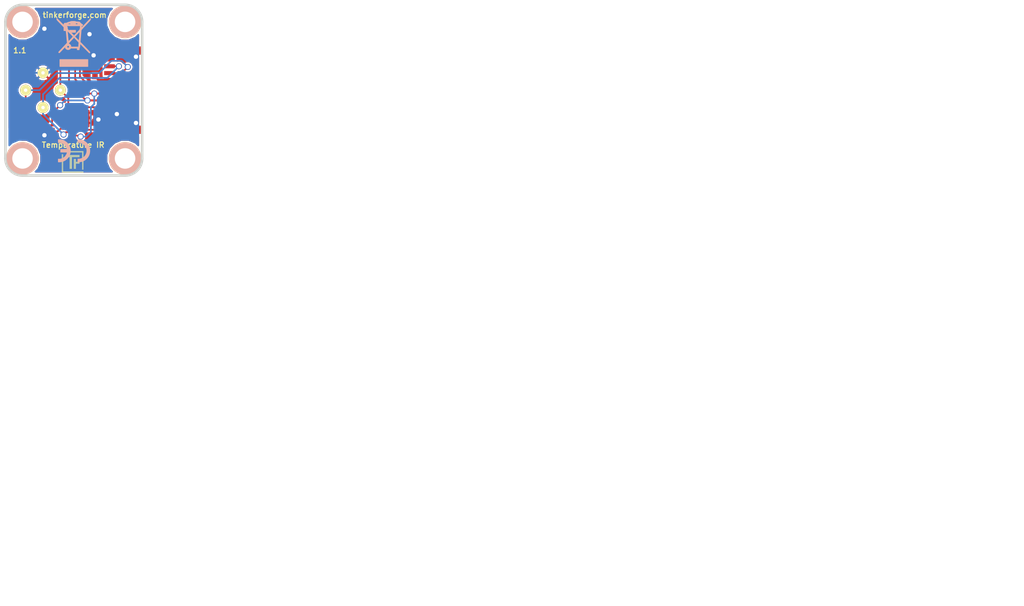
<source format=kicad_pcb>
(kicad_pcb (version 4) (host pcbnew 4.0.2+dfsg1-stable)
  (title_block (title "Temperature IR Bricklet") (date "18 jan 2013") (rev 1.1) (company "Tinkerforge GmbH") (comment 1 "Licensed under CERN OHL v.1.1") (comment 2 "Copyright (©) 2011, B.Nordmeyer <bastian@tinkerforge.com>"))
  (layers (0 Vorderseite signal) (31 Rückseite signal hide) (34 B.Paste user) (35 F.Paste user) (36 B.SilkS user) (37 F.SilkS user) (38 B.Mask user) (39 F.Mask user) (44 Edge.Cuts user))
  (net 0 "")
  (net 1 GND)
  (net 2 SCL)
  (net 3 SCL2)
  (net 4 SDA)
  (net 5 SDA2)
  (net 6 VCC)
  (net 7 "Net-(P1-Pad1)")
  (net 8 "Net-(P1-Pad6)")
  (net 9 "Net-(P1-Pad7)")
  (net 10 "Net-(P1-Pad10)")
  (net 11 "Net-(U3-Pad7)")
  (module kicad-libraries:R0603 (layer Vorderseite) (at 147.6502 88.34882 90)
    (fp_text reference R1)
    (fp_text value 10k)
    (pad 1 smd rect (at -0.8001 0 90) (size 0.8001 0.8001) (layers Vorderseite F.Paste F.Mask) (net 9 "Net-(P1-Pad7)"))
    (pad 2 smd rect (at 0.8001 0 90) (size 0.8001 0.8001) (layers Vorderseite F.Paste F.Mask) (net 1 GND))
  )
  (module kicad-libraries:C0603 (layer Vorderseite) (at 139.44854 84.44992 270)
    (fp_text reference C3)
    (fp_text value 100nF)
    (pad 1 smd rect (at -0.8001 0 270) (size 0.8001 0.8001) (layers Vorderseite F.Paste F.Mask) (net 1 GND))
    (pad 2 smd rect (at 0.8001 0 270) (size 0.8001 0.8001) (layers Vorderseite F.Paste F.Mask) (net 6 VCC))
  )
  (module kicad-libraries:C0603 (layer Vorderseite) (at 146.7485 94.4499)
    (fp_text reference C2)
    (fp_text value 100nF)
    (pad 1 smd rect (at -0.8001 0) (size 0.8001 0.8001) (layers Vorderseite F.Paste F.Mask) (net 6 VCC))
    (pad 2 smd rect (at 0.8001 0) (size 0.8001 0.8001) (layers Vorderseite F.Paste F.Mask) (net 1 GND))
  )
  (module kicad-libraries:C0603 (layer Vorderseite) (at 146.7485 95.95104)
    (fp_text reference C1)
    (fp_text value 100nF)
    (pad 1 smd rect (at -0.8001 0) (size 0.8001 0.8001) (layers Vorderseite F.Paste F.Mask) (net 6 VCC))
    (pad 2 smd rect (at 0.8001 0) (size 0.8001 0.8001) (layers Vorderseite F.Paste F.Mask) (net 1 GND))
  )
  (module kicad-libraries:DRILL_NP (layer Vorderseite) (at 152.05202 101.14788 90)
    (fp_text reference U7 hide)
    (fp_text value DRILL hide)
    (pad "" np_thru_hole circle (at 0 0 90) (size 2.99974 2.99974) (drill 2.99974) (layers *.Cu *.Mask F.SilkS) (clearance 0.89916))
  )
  (module kicad-libraries:DRILL_NP (layer Vorderseite) (at 152.05202 81.14792)
    (fp_text reference U6 hide)
    (fp_text value DRILL hide)
    (pad "" np_thru_hole circle (at 0 0) (size 2.99974 2.99974) (drill 2.99974) (layers *.Cu *.Mask F.SilkS) (clearance 0.89916))
  )
  (module kicad-libraries:DRILL_NP (layer Vorderseite) (at 137.05078 81.14792 90)
    (fp_text reference U5 hide)
    (fp_text value DRILL hide)
    (pad "" np_thru_hole circle (at 0 0 90) (size 2.99974 2.99974) (drill 2.99974) (layers *.Cu *.Mask F.SilkS) (clearance 0.89916))
  )
  (module kicad-libraries:DRILL_NP (layer Vorderseite) (at 137.05078 101.14788)
    (fp_text reference U4 hide)
    (fp_text value DRILL hide)
    (pad "" np_thru_hole circle (at 0 0) (size 2.99974 2.99974) (drill 2.99974) (layers *.Cu *.Mask F.SilkS) (clearance 0.89916))
  )
  (module kicad-libraries:CE_5mm (layer Rückseite) (at 144.55 100.025 180)
    (fp_text reference VAL hide)
    (fp_text value CE_5mm hide)
  )
  (module kicad-libraries:WEEE_7mm (layer Rückseite) (at 144.55 84.15 180)
    (fp_text reference VAL hide)
    (fp_text value WEEE_7mm hide)
  )
  (module kicad-libraries:TSSOP8 (layer Vorderseite) (at 143.94942 84.44992 90)
    (fp_text reference U3)
    (fp_text value M24C64)
    (pad 1 smd rect (at -0.97282 2.89814 270) (size 0.39878 1.29794) (layers Vorderseite F.Paste F.Mask) (net 1 GND))
    (pad 2 smd rect (at -0.32258 2.89814 270) (size 0.39878 1.29794) (layers Vorderseite F.Paste F.Mask) (net 1 GND))
    (pad 3 smd rect (at 0.32258 2.89814 270) (size 0.39878 1.29794) (layers Vorderseite F.Paste F.Mask) (net 8 "Net-(P1-Pad6)"))
    (pad 4 smd rect (at 0.97282 2.89814 270) (size 0.39878 1.29794) (layers Vorderseite F.Paste F.Mask) (net 1 GND))
    (pad 5 smd rect (at 0.97282 -2.89814 90) (size 0.39878 1.29794) (layers Vorderseite F.Paste F.Mask) (net 4 SDA))
    (pad 6 smd rect (at 0.32258 -2.89814 90) (size 0.39878 1.29794) (layers Vorderseite F.Paste F.Mask) (net 2 SCL))
    (pad 7 smd rect (at -0.32258 -2.89814 90) (size 0.39878 1.29794) (layers Vorderseite F.Paste F.Mask) (net 11 "Net-(U3-Pad7)"))
    (pad 8 smd rect (at -0.97282 -2.89814 90) (size 0.39878 1.29794) (layers Vorderseite F.Paste F.Mask) (net 6 VCC))
  )
  (module kicad-libraries:VSSOP8 (layer Vorderseite) (at 142.748 97.05086 270)
    (fp_text reference U1)
    (fp_text value NC7WB66K8X)
    (pad 1 smd rect (at -0.7493 1.37414 90) (size 0.29972 0.7493) (layers Vorderseite F.Paste F.Mask) (net 2 SCL))
    (pad 2 smd rect (at -0.24892 1.37414 90) (size 0.29972 0.7493) (layers Vorderseite F.Paste F.Mask) (net 3 SCL2))
    (pad 3 smd rect (at 0.24892 1.37414 90) (size 0.29972 0.7493) (layers Vorderseite F.Paste F.Mask) (net 9 "Net-(P1-Pad7)"))
    (pad 4 smd rect (at 0.7493 1.37414 90) (size 0.29972 0.7493) (layers Vorderseite F.Paste F.Mask) (net 1 GND))
    (pad 5 smd rect (at 0.7493 -1.37414 270) (size 0.29972 0.7493) (layers Vorderseite F.Paste F.Mask) (net 4 SDA))
    (pad 6 smd rect (at 0.24892 -1.37414 270) (size 0.29972 0.7493) (layers Vorderseite F.Paste F.Mask) (net 5 SDA2))
    (pad 7 smd rect (at -0.24892 -1.37414 270) (size 0.29972 0.7493) (layers Vorderseite F.Paste F.Mask) (net 9 "Net-(P1-Pad7)"))
    (pad 8 smd rect (at -0.7493 -1.37414 270) (size 0.29972 0.7493) (layers Vorderseite F.Paste F.Mask) (net 6 VCC))
  )
  (module kicad-libraries:Fiducial_Mark (layer Vorderseite) (at 135.94842 97.6503)
    (fp_text reference Fiducial_Mark hide)
    (fp_text value VAL** hide)
    (pad 1 smd circle (at 0 0) (size 1.00076 1.00076) (layers Vorderseite F.Paste F.Mask) (clearance 0.65024))
  )
  (module kicad-libraries:Fiducial_Mark (layer Vorderseite) (at 148.3487 81.84896)
    (fp_text reference Fiducial_Mark hide)
    (fp_text value VAL** hide)
    (pad 1 smd circle (at 0 0) (size 1.00076 1.00076) (layers Vorderseite F.Paste F.Mask) (clearance 0.65024))
  )
  (module kicad-libraries:Logo_31x31 (layer Vorderseite) (at 142.80134 100.07346)
    (fp_text reference Ref** hide)
    (fp_text value Val** hide)
  )
  (module kicad-libraries:CON-SENSOR (layer Vorderseite) (at 154.54884 91.1479 90)
    (fp_text reference P1)
    (fp_text value CON-SENSOR)
    (pad 1 smd rect (at -4.50088 -4.7752 90) (size 0.59944 1.5494) (layers Vorderseite F.Paste F.Mask) (net 7 "Net-(P1-Pad1)"))
    (pad 2 smd rect (at -3.50012 -4.7752 90) (size 0.59944 1.5494) (layers Vorderseite F.Paste F.Mask) (net 1 GND))
    (pad 3 smd rect (at -2.49936 -4.7752 90) (size 0.59944 1.5494) (layers Vorderseite F.Paste F.Mask) (net 6 VCC))
    (pad 4 smd rect (at -1.50114 -4.7752 90) (size 0.59944 1.5494) (layers Vorderseite F.Paste F.Mask) (net 2 SCL))
    (pad 5 smd rect (at -0.50038 -4.7752 90) (size 0.59944 1.5494) (layers Vorderseite F.Paste F.Mask) (net 4 SDA))
    (pad 6 smd rect (at 0.50038 -4.7752 90) (size 0.59944 1.5494) (layers Vorderseite F.Paste F.Mask) (net 8 "Net-(P1-Pad6)"))
    (pad 7 smd rect (at 1.50114 -4.7752 90) (size 0.59944 1.5494) (layers Vorderseite F.Paste F.Mask) (net 9 "Net-(P1-Pad7)"))
    (pad 8 smd rect (at 2.49936 -4.7752 90) (size 0.59944 1.5494) (layers Vorderseite F.Paste F.Mask) (net 3 SCL2))
    (pad 9 smd rect (at 3.50012 -4.7752 90) (size 0.59944 1.5494) (layers Vorderseite F.Paste F.Mask) (net 5 SDA2))
    (pad 10 smd rect (at 4.50088 -4.7752 90) (size 0.59944 1.5494) (layers Vorderseite F.Paste F.Mask) (net 10 "Net-(P1-Pad10)"))
    (pad EP smd rect (at -5.79882 -0.89916 90) (size 1.19888 1.80086) (layers Vorderseite F.Paste F.Mask) (net 1 GND))
    (pad EP smd rect (at 5.79882 -0.89916 90) (size 1.19888 1.80086) (layers Vorderseite F.Paste F.Mask) (net 1 GND))
  )
  (module kicad-libraries:TO-39 (layer Vorderseite) (at 140.04798 91.15044)
    (fp_text reference U2)
    (fp_text value MLX90614)
    (pad 4 thru_hole circle (at 0 -2.54) (size 1.6002 1.6002) (drill 0.50038) (layers *.Cu *.Mask F.SilkS) (net 1 GND))
    (pad 3 thru_hole circle (at 2.54 0) (size 1.6002 1.6002) (drill 0.50038) (layers *.Cu *.Mask F.SilkS) (net 6 VCC))
    (pad 2 thru_hole circle (at 0 2.54) (size 1.6002 1.6002) (drill 0.50038) (layers *.Cu *.Mask F.SilkS) (net 5 SDA2))
    (pad 1 thru_hole circle (at -2.54 0) (size 1.6002 1.6002) (drill 0.50038) (layers *.Cu *.Mask F.SilkS) (net 3 SCL2))
  )
  (gr_text 1.1 (at 136.652 85.32368) (layer F.SilkS) (effects (font (size 0.8001 0.8001) (thickness 0.14986))))
  (gr_text tinkerforge.com (at 144.67586 80.14716) (layer F.SilkS) (effects (font (size 0.8001 0.8001) (thickness 0.14986))))
  (gr_text "Temperature IR" (at 144.45234 99.17176) (layer F.SilkS) (effects (font (size 0.8001 0.8001) (thickness 0.14986))))
  (gr_line (start 137.04824 103.64724) (end 152.04948 103.64724) (angle 90) (layer Edge.Cuts) (width 0.381))
  (gr_line (start 134.54888 81.14792) (end 134.54888 101.14788) (angle 90) (layer Edge.Cuts) (width 0.381))
  (gr_line (start 137.04824 78.64856) (end 152.04948 78.64856) (angle 90) (layer Edge.Cuts) (width 0.381))
  (gr_line (start 154.54884 101.14788) (end 154.54884 81.14792) (angle 90) (layer Edge.Cuts) (width 0.381))
  (gr_arc (start 137.04824 81.14792) (end 134.54888 81.14792) (angle 90) (layer Edge.Cuts) (width 0.381))
  (gr_arc (start 137.04824 101.14788) (end 137.04824 103.64724) (angle 90) (layer Edge.Cuts) (width 0.381))
  (gr_arc (start 152.04948 101.14788) (end 154.54884 101.14788) (angle 90) (layer Edge.Cuts) (width 0.381))
  (gr_arc (start 152.04948 81.14792) (end 152.04948 78.64856) (angle 90) (layer Edge.Cuts) (width 0.381))
  (segment (start 146.84756 83.47456) (end 146.84756 82.95132) (width 0.29972) (layer Vorderseite) (net 1))
  (segment (start 148.65096 94.64802) (end 148.15058 95.1484) (width 0.24892) (layer Vorderseite) (net 1))
  (segment (start 147.35048 95.44812) (end 148.15058 95.44812) (width 0.24892) (layer Vorderseite) (net 1))
  (segment (start 146.84756 85.4456) (end 146.84756 85.4202) (width 0.29972) (layer Vorderseite) (net 1))
  (segment (start 140.05052 88.6079) (end 140.88872 88.6079) (width 0.29972) (layer Rückseite) (net 1))
  (segment (start 146.84756 84.76996) (end 146.84756 85.4202) (width 0.29972) (layer Vorderseite) (net 1))
  (segment (start 135.95096 89.6493) (end 136.99236 88.6079) (width 0.24892) (layer Rückseite) (net 1))
  (segment (start 136.99236 88.6079) (end 140.05052 88.6079) (width 0.24892) (layer Rückseite) (net 1))
  (segment (start 140.30198 97.79762) (end 140.25118 97.74682) (width 0.24892) (layer Vorderseite) (net 1))
  (via (at 140.25118 97.74682) (size 0.889) (layers Vorderseite Rückseite) (net 1))
  (segment (start 147.02028 85.24748) (end 146.84756 85.4202) (width 0.29972) (layer Vorderseite) (net 1))
  (segment (start 135.95096 93.4466) (end 135.95096 89.6493) (width 0.24892) (layer Rückseite) (net 1))
  (segment (start 149.77364 94.64802) (end 150.8506 94.64802) (width 0.24892) (layer Vorderseite) (net 1))
  (segment (start 140.25118 97.74682) (end 135.95096 93.4466) (width 0.24892) (layer Rückseite) (net 1))
  (segment (start 148.54936 85.24748) (end 147.02028 85.24748) (width 0.29972) (layer Vorderseite) (net 1))
  (segment (start 139.45108 83.64728) (end 139.44854 83.64728) (width 0.29972) (layer Vorderseite) (net 1))
  (segment (start 139.44854 82.94878) (end 139.44854 83.64728) (width 0.29972) (layer Vorderseite) (net 1))
  (segment (start 146.84756 85.4456) (end 147.44954 86.04758) (width 0.29972) (layer Vorderseite) (net 1))
  (segment (start 141.3764 97.79762) (end 140.30198 97.79762) (width 0.24892) (layer Vorderseite) (net 1))
  (segment (start 140.24864 82.14868) (end 139.44854 82.94878) (width 0.29972) (layer Vorderseite) (net 1))
  (segment (start 146.8501 82.94878) (end 143.85036 82.94878) (width 0.29972) (layer Rückseite) (net 1))
  (via (at 150.8506 94.64802) (size 0.889) (layers Vorderseite Rückseite) (net 1))
  (segment (start 152.84958 86.24824) (end 153.64968 86.24824) (width 0.29972) (layer Rückseite) (net 1))
  (segment (start 151.95042 85.34908) (end 152.84958 86.24824) (width 0.29972) (layer Rückseite) (net 1))
  (segment (start 151.24938 85.34908) (end 151.95042 85.34908) (width 0.29972) (layer Rückseite) (net 1))
  (segment (start 148.84908 82.94878) (end 151.24938 85.34908) (width 0.29972) (layer Rückseite) (net 1))
  (segment (start 146.8501 82.94878) (end 148.84908 82.94878) (width 0.29972) (layer Rückseite) (net 1))
  (segment (start 148.65096 94.64802) (end 149.77364 94.64802) (width 0.24892) (layer Vorderseite) (net 1))
  (segment (start 140.88872 88.6079) (end 143.44904 86.04758) (width 0.29972) (layer Rückseite) (net 1))
  (segment (start 146.84756 82.95132) (end 146.8501 82.94878) (width 0.29972) (layer Vorderseite) (net 1))
  (segment (start 143.44904 83.3501) (end 143.85036 82.94878) (width 0.29972) (layer Rückseite) (net 1))
  (via (at 148.15058 95.44812) (size 0.889) (layers Vorderseite Rückseite) (net 1))
  (via (at 147.44954 86.04758) (size 0.889) (layers Vorderseite Rückseite) (net 1))
  (segment (start 148.15058 95.1484) (end 148.15058 95.44812) (width 0.24892) (layer Vorderseite) (net 1))
  (segment (start 143.44904 86.04758) (end 143.44904 83.3501) (width 0.29972) (layer Rückseite) (net 1))
  (segment (start 143.85036 82.94878) (end 141.04874 82.94878) (width 0.29972) (layer Rückseite) (net 1))
  (segment (start 150.8506 94.64802) (end 152.15108 95.9485) (width 0.24892) (layer Rückseite) (net 1))
  (segment (start 152.15108 95.9485) (end 153.64968 95.9485) (width 0.24892) (layer Rückseite) (net 1))
  (segment (start 143.44904 86.04758) (end 147.44954 86.04758) (width 0.29972) (layer Rückseite) (net 1))
  (via (at 146.8501 82.94878) (size 0.889) (layers Vorderseite Rückseite) (net 1))
  (via (at 140.24864 82.14868) (size 0.889) (layers Vorderseite Rückseite) (net 1))
  (segment (start 141.04874 82.94878) (end 140.24864 82.14868) (width 0.29972) (layer Rückseite) (net 1))
  (segment (start 147.6502 86.24824) (end 147.44954 86.04758) (width 0.29972) (layer Vorderseite) (net 1))
  (segment (start 147.6502 87.54872) (end 147.6502 86.24824) (width 0.29972) (layer Vorderseite) (net 1))
  (via (at 153.64968 86.24824) (size 0.889) (layers Vorderseite Rückseite) (net 1))
  (segment (start 153.64968 86.24824) (end 153.64968 95.9485) (width 0.29972) (layer Rückseite) (net 1))
  (via (at 153.64968 95.9485) (size 0.889) (layers Vorderseite Rückseite) (net 1))
  (segment (start 153.64968 95.9485) (end 153.64968 96.94672) (width 0.29972) (layer Vorderseite) (net 1))
  (segment (start 153.64968 85.34908) (end 153.64968 86.24824) (width 0.29972) (layer Vorderseite) (net 1))
  (segment (start 147.5486 94.4499) (end 147.5486 95.95104) (width 0.24892) (layer Vorderseite) (net 1))
  (segment (start 141.3764 96.29902) (end 141.3764 94.52356) (width 0.24892) (layer Vorderseite) (net 2))
  (segment (start 146.55038 92.64904) (end 146.35226 92.64904) (width 0.24892) (layer Vorderseite) (net 2))
  (segment (start 142.55242 93.34754) (end 143.25092 92.64904) (width 0.24892) (layer Rückseite) (net 2))
  (via (at 142.55242 93.34754) (size 0.889) (layers Vorderseite Rückseite) (net 2))
  (segment (start 146.35226 92.64904) (end 143.85036 90.14714) (width 0.24892) (layer Vorderseite) (net 2))
  (segment (start 141.3764 94.52356) (end 142.55242 93.34754) (width 0.24892) (layer Vorderseite) (net 2))
  (via (at 146.55038 92.64904) (size 0.889) (layers Vorderseite Rückseite) (net 2))
  (segment (start 143.25092 92.64904) (end 146.55038 92.64904) (width 0.24892) (layer Rückseite) (net 2))
  (segment (start 149.77364 92.64904) (end 146.55038 92.64904) (width 0.29972) (layer Vorderseite) (net 2))
  (segment (start 143.85036 90.14714) (end 143.85036 85.24748) (width 0.24892) (layer Vorderseite) (net 2))
  (segment (start 143.85036 85.24748) (end 142.72768 84.1248) (width 0.24892) (layer Vorderseite) (net 2))
  (segment (start 142.72768 84.1248) (end 141.05128 84.1248) (width 0.24892) (layer Vorderseite) (net 2))
  (segment (start 149.77364 88.64854) (end 151.5491 88.64854) (width 0.24892) (layer Vorderseite) (net 3))
  (segment (start 151.5491 88.64854) (end 152.4508 87.74684) (width 0.24892) (layer Vorderseite) (net 3))
  (segment (start 150.05304 86.84768) (end 148.25218 88.64854) (width 0.24892) (layer Rückseite) (net 3))
  (segment (start 139.55014 91.1479) (end 137.51052 91.1479) (width 0.24892) (layer Rückseite) (net 3))
  (segment (start 142.0495 88.64854) (end 139.55014 91.1479) (width 0.24892) (layer Rückseite) (net 3))
  (segment (start 148.25218 88.64854) (end 142.0495 88.64854) (width 0.24892) (layer Rückseite) (net 3))
  (segment (start 152.4508 87.74684) (end 151.55164 86.84768) (width 0.24892) (layer Rückseite) (net 3))
  (segment (start 151.55164 86.84768) (end 150.05304 86.84768) (width 0.24892) (layer Rückseite) (net 3))
  (via (at 152.4508 87.74684) (size 0.889) (layers Vorderseite Rückseite) (net 3))
  (segment (start 137.51052 95.20682) (end 137.51052 91.1479) (width 0.24892) (layer Vorderseite) (net 3))
  (segment (start 139.1031 96.7994) (end 137.51052 95.20682) (width 0.24892) (layer Vorderseite) (net 3))
  (segment (start 141.3764 96.7994) (end 139.1031 96.7994) (width 0.24892) (layer Vorderseite) (net 3))
  (segment (start 144.75206 89.55024) (end 144.75206 84.7471) (width 0.24892) (layer Vorderseite) (net 4))
  (segment (start 146.8501 91.64828) (end 144.75206 89.55024) (width 0.24892) (layer Vorderseite) (net 4))
  (segment (start 149.77364 91.64828) (end 147.5486 91.64828) (width 0.29972) (layer Vorderseite) (net 4))
  (segment (start 143.47952 83.47456) (end 141.05128 83.47456) (width 0.24892) (layer Vorderseite) (net 4))
  (segment (start 147.5486 91.64828) (end 146.8501 91.64828) (width 0.24892) (layer Vorderseite) (net 4))
  (segment (start 144.75206 84.7471) (end 143.47952 83.47456) (width 0.24892) (layer Vorderseite) (net 4))
  (segment (start 147.05076 97.24644) (end 146.34718 97.95002) (width 0.24892) (layer Rückseite) (net 4))
  (segment (start 146.34718 97.95002) (end 145.54962 97.95002) (width 0.24892) (layer Rückseite) (net 4))
  (via (at 145.54962 97.95002) (size 0.889) (layers Vorderseite Rückseite) (net 4))
  (segment (start 145.54962 97.95002) (end 145.39976 97.80016) (width 0.24892) (layer Vorderseite) (net 4))
  (segment (start 145.39976 97.80016) (end 144.12214 97.80016) (width 0.24892) (layer Vorderseite) (net 4))
  (segment (start 147.5486 91.64828) (end 147.5486 93.15196) (width 0.24892) (layer Rückseite) (net 4))
  (segment (start 147.05076 93.6498) (end 147.5486 93.15196) (width 0.24892) (layer Rückseite) (net 4))
  (segment (start 147.05076 95.9485) (end 147.05076 93.6498) (width 0.24892) (layer Rückseite) (net 4))
  (via (at 147.5486 91.64828) (size 0.889) (layers Vorderseite Rückseite) (net 4))
  (segment (start 147.05076 95.9485) (end 147.05076 97.24644) (width 0.24892) (layer Rückseite) (net 4))
  (segment (start 151.15032 87.64778) (end 149.45106 89.34704) (width 0.24892) (layer Rückseite) (net 5))
  (via (at 151.15032 87.64778) (size 0.889) (layers Vorderseite Rückseite) (net 5))
  (segment (start 149.45106 89.34704) (end 142.45082 89.34704) (width 0.24892) (layer Rückseite) (net 5))
  (via (at 143.05026 97.64776) (size 0.889) (layers Vorderseite Rückseite) (net 5))
  (segment (start 142.45082 89.34704) (end 140.05052 91.74734) (width 0.24892) (layer Rückseite) (net 5))
  (segment (start 143.40078 97.29724) (end 143.05026 97.64776) (width 0.24892) (layer Vorderseite) (net 5))
  (segment (start 149.77364 87.64778) (end 151.15032 87.64778) (width 0.24892) (layer Vorderseite) (net 5))
  (segment (start 143.05026 97.64776) (end 140.05052 94.64802) (width 0.24892) (layer Rückseite) (net 5))
  (segment (start 140.05052 94.64802) (end 140.05052 93.6879) (width 0.24892) (layer Rückseite) (net 5))
  (segment (start 144.12468 97.29724) (end 143.40078 97.29724) (width 0.24892) (layer Vorderseite) (net 5))
  (segment (start 140.05052 91.74734) (end 140.05052 93.6879) (width 0.24892) (layer Rückseite) (net 5))
  (segment (start 145.59788 96.30156) (end 145.9484 95.95104) (width 0.24892) (layer Vorderseite) (net 6))
  (segment (start 144.12214 96.30156) (end 145.59788 96.30156) (width 0.24892) (layer Vorderseite) (net 6))
  (segment (start 145.9484 95.95104) (end 145.9484 94.4499) (width 0.24892) (layer Vorderseite) (net 6))
  (segment (start 146.35226 93.64726) (end 145.9484 94.05112) (width 0.24892) (layer Vorderseite) (net 6))
  (segment (start 145.9484 94.05112) (end 145.9484 94.4499) (width 0.24892) (layer Vorderseite) (net 6))
  (segment (start 149.77364 93.64726) (end 146.35226 93.64726) (width 0.24892) (layer Vorderseite) (net 6))
  (segment (start 145.04924 94.4499) (end 143.74876 93.14942) (width 0.24892) (layer Vorderseite) (net 6))
  (segment (start 143.74876 93.14942) (end 143.74876 92.31122) (width 0.24892) (layer Vorderseite) (net 6))
  (segment (start 143.74876 92.31122) (end 142.58798 91.15044) (width 0.24892) (layer Vorderseite) (net 6))
  (segment (start 145.9484 94.4499) (end 145.04924 94.4499) (width 0.24892) (layer Vorderseite) (net 6))
  (segment (start 142.58798 87.79002) (end 141.64818 86.85022) (width 0.24892) (layer Vorderseite) (net 6))
  (segment (start 141.64818 86.85022) (end 140.14958 86.85022) (width 0.24892) (layer Vorderseite) (net 6))
  (segment (start 140.14958 86.85022) (end 139.44854 86.14918) (width 0.24892) (layer Vorderseite) (net 6))
  (segment (start 139.44854 86.14918) (end 139.44854 85.25002) (width 0.24892) (layer Vorderseite) (net 6))
  (segment (start 142.58798 91.15044) (end 142.58798 87.79002) (width 0.24892) (layer Vorderseite) (net 6))
  (segment (start 139.84732 85.25002) (end 140.02004 85.42274) (width 0.24892) (layer Vorderseite) (net 6))
  (segment (start 140.02004 85.42274) (end 141.05128 85.42274) (width 0.24892) (layer Vorderseite) (net 6))
  (segment (start 139.44854 85.25002) (end 139.84732 85.25002) (width 0.24892) (layer Vorderseite) (net 6))
  (segment (start 145.77314 84.1248) (end 146.84756 84.1248) (width 0.24892) (layer Vorderseite) (net 8))
  (segment (start 145.45056 89.14638) (end 145.45056 84.44738) (width 0.24892) (layer Vorderseite) (net 8))
  (segment (start 145.45056 84.44738) (end 145.77314 84.1248) (width 0.24892) (layer Vorderseite) (net 8))
  (segment (start 146.9517 90.64752) (end 145.45056 89.14638) (width 0.24892) (layer Vorderseite) (net 8))
  (segment (start 149.77364 90.64752) (end 146.9517 90.64752) (width 0.24892) (layer Vorderseite) (net 8))
  (segment (start 151.45004 89.64676) (end 149.77364 89.64676) (width 0.24892) (layer Vorderseite) (net 9))
  (segment (start 152.15108 95.44812) (end 152.15108 90.3478) (width 0.24892) (layer Vorderseite) (net 9))
  (segment (start 152.15108 90.3478) (end 151.45004 89.64676) (width 0.24892) (layer Vorderseite) (net 9))
  (segment (start 146.9517 96.94926) (end 150.64994 96.94926) (width 0.24892) (layer Vorderseite) (net 9))
  (segment (start 150.64994 96.94926) (end 152.15108 95.44812) (width 0.24892) (layer Vorderseite) (net 9))
  (segment (start 148.14804 89.64676) (end 147.6502 89.14892) (width 0.29972) (layer Vorderseite) (net 9))
  (segment (start 144.12468 96.7994) (end 142.60068 96.7994) (width 0.24892) (layer Vorderseite) (net 9))
  (segment (start 142.60068 96.7994) (end 142.25016 97.14992) (width 0.24892) (layer Vorderseite) (net 9))
  (segment (start 142.25016 97.14992) (end 142.14856 97.14992) (width 0.24892) (layer Vorderseite) (net 9))
  (segment (start 142.14856 97.14992) (end 142.00124 97.29724) (width 0.24892) (layer Vorderseite) (net 9))
  (segment (start 142.00124 97.29724) (end 141.3764 97.29724) (width 0.24892) (layer Vorderseite) (net 9))
  (segment (start 144.12468 96.7994) (end 144.80032 96.7994) (width 0.24892) (layer Vorderseite) (net 9))
  (segment (start 149.77364 89.64676) (end 148.14804 89.64676) (width 0.29972) (layer Vorderseite) (net 9))
  (segment (start 144.95018 96.94926) (end 144.80032 96.7994) (width 0.24892) (layer Vorderseite) (net 9))
  (segment (start 146.9517 96.94926) (end 144.95018 96.94926) (width 0.24892) (layer Vorderseite) (net 9))
  (zone (net 1) (net_name GND) (layer Rückseite) (connect_pads (clearance 0.24892)) (min_thickness 0.24892) (fill (arc_segments 16) (thermal_gap 0.29972) (thermal_bridge_width 0.29972))
    (polygon (pts (xy 154.54884 103.64724) (xy 154.54884 78.64856) (xy 134.54888 78.64856) (xy 134.54888 103.64724)))
  )
  (zone (net 1) (net_name GND) (layer Vorderseite) (connect_pads (clearance 0.24892)) (min_thickness 0.24892) (fill (arc_segments 16) (thermal_gap 0.29972) (thermal_bridge_width 0.29972))
    (polygon (pts (xy 154.54884 103.64724) (xy 154.54884 78.64856) (xy 134.54888 78.64856) (xy 134.54888 103.64724)))
  )
)
</source>
